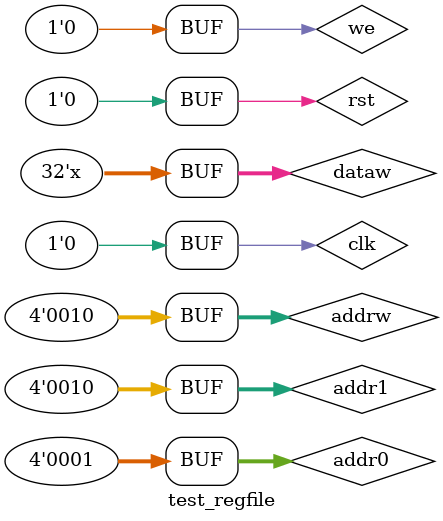
<source format=sv>
module test_regfile;
  //Computer size. Note that this is not yet freely settable in a computer based
  //on 74xx parts -- not all cpu modules properly handle all sizes yet.
  parameter N=16;         //Number of registers
  parameter XLEN=32;      //Size of registers
  parameter RA=$clog2(N);

  reg clk;
  reg rst;
  reg we;

  reg  [  RA-1:0] addr0;
  reg  [  RA-1:0] addr1;
  reg  [  RA-1:0] addrw;

  wire [XLEN-1:0] data0;
  wire [XLEN-1:0] data1;
  reg  [XLEN-1:0] dataw;

  regfile #(.N(N),.XLEN(XLEN)) dut (
    .clk(clk),
    .we(we),
    .addr0(addr0),
    .addr1(addr1),
    .addrw(addrw),
    .data0(data0),
    .data1(data1),
    .dataw(dataw)
  );

  initial begin
    $dumpfile("test_regfile.vcd");
    $dumpvars(1);

    // Reset - deassert all control signals
    clk=0;
    we=0;
    rst=0;
    addrw=0;
    addr0=0;
    addr1=1;
    dataw=0;

    //Clock the registers once to do a synchronous reset
    rst=1;
    #1 clk=1; #1 clk=0;
    rst=0;

    #1 clk=1; #1 clk=0;
    we=1;dataw='h0101;
    #1 clk=1; #1 clk=0;
    we=0;dataw='hz;
    #1 clk=1; #1 clk=0;
    we=1;dataw='h0101; addrw=1;
    #1 clk=1; #1 clk=0;
    we=0;dataw='hz;
    #1 clk=1; #1 clk=0;
    we=1;dataw='h2222; addrw=2;
    #1 clk=1; #1 clk=0;
    we=0;dataw='hz;
    #1 clk=1; #1 clk=0;
    addr0=1;
    addr1=2;
    #1 clk=1; #1 clk=0;

  end

endmodule



</source>
